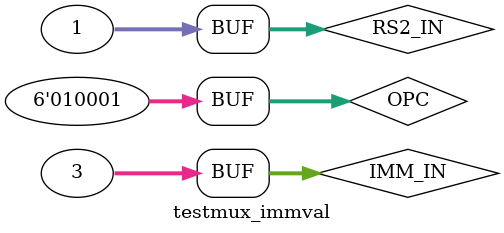
<source format=v>
 module testmux_immval;
wire [31:0]RESULT;

reg [5:0]OPC;
reg [31:0]RS2_IN;
reg [31:0]IMM_IN;

imux i(OPC,RS2_IN,IMM_IN,RESULT);

initial
begin

OPC = 6'b000001;
RS2_IN = 32'b001;
IMM_IN = 32'b011;

#10

OPC = 6'b010001;
end
endmodule

</source>
